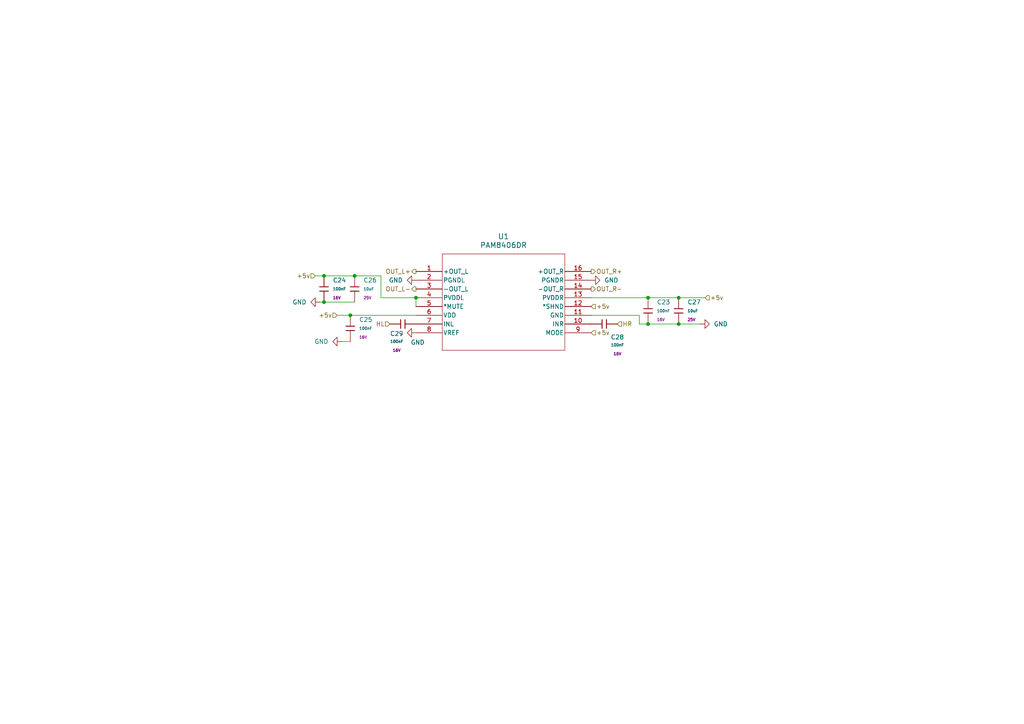
<source format=kicad_sch>
(kicad_sch (version 20250114) (generator "eeschema") (generator_version "9.0")
  (paper "A4")
  (title_block (title "MAX98357AETE_T Stereo Amplifier") (company "Maxwell Stoughton") (comment 1 "mstoughton.org"))
  (lib_symbols
    (symbol "PAM8406_DIO:PAM8406DR" (pin_names (offset 0.254))
      (property "Reference" "U" (at 25.4 10.16 0))
      (property "Value" "PAM8406DR" (at 25.4 7.62 0))
      (symbol "PAM8406DR_0_1"
        (polyline (pts (xy 7.62 5.08) (xy 7.62 -22.86)) (stroke (width 0.127)))
        (polyline (pts (xy 7.62 -22.86) (xy 43.18 -22.86)) (stroke (width 0.127)))
        (polyline (pts (xy 43.18 5.08) (xy 7.62 5.08)) (stroke (width 0.127)))
        (polyline (pts (xy 43.18 -22.86) (xy 43.18 5.08)) (stroke (width 0.127)))
        (pin output line (at 0 0 0) (length 7.62) (name "+OUT_L") (number "1"))
        (pin power_out line (at 0 -2.54 0) (length 7.62) (name "PGNDL") (number "2"))
        (pin output line (at 0 -5.08 0) (length 7.62) (name "-OUT_L") (number "3"))
        (pin power_in line (at 0 -7.62 0) (length 7.62) (name "PVDDL") (number "4"))
        (pin input line (at 0 -10.16 0) (length 7.62) (name "*MUTE") (number "5"))
        (pin power_in line (at 0 -12.7 0) (length 7.62) (name "VDD") (number "6"))
        (pin input line (at 0 -15.24 0) (length 7.62) (name "INL") (number "7"))
        (pin power_in line (at 0 -17.78 0) (length 7.62) (name "VREF") (number "8"))
        (pin output line (at 50.8 0 180) (length 7.62) (name "+OUT_R") (number "16"))
        (pin power_out line (at 50.8 -2.54 180) (length 7.62) (name "PGNDR") (number "15"))
        (pin output line (at 50.8 -5.08 180) (length 7.62) (name "-OUT_R") (number "14"))
        (pin power_in line (at 50.8 -7.62 180) (length 7.62) (name "PVDDR") (number "13"))
        (pin input line (at 50.8 -10.16 180) (length 7.62) (name "*SHND") (number "12"))
        (pin power_out line (at 50.8 -12.7 180) (length 7.62) (name "GND") (number "11"))
        (pin input line (at 50.8 -15.24 180) (length 7.62) (name "INR") (number "10"))
        (pin unspecified line (at 50.8 -17.78 180) (length 7.62) (name "MODE") (number "9"))
      )
    )
    (symbol "PCM_JLCPCB-Capacitors:0402,100nF" (pin_numbers (hide yes)) (pin_names (offset 0))
      (property "Reference" "C" (at 2.032 1.668 0))
      (property "Value" "100nF" (at 2.032 -0.3782 0))
      (property "Voltage Rated" "16V" (at 2.032 -2.0462 0))
      (symbol "0402,100nF_0_1"
        (polyline (pts (xy -1.27 0.635) (xy 1.27 0.635)) (stroke (width 0.254)))
        (polyline (pts (xy -1.27 -0.635) (xy 1.27 -0.635)) (stroke (width 0.254)))
      )
      (symbol "0402,100nF_1_1"
        (pin passive line (at 0 3.81 270) (length 3.175) (name "~") (number "1"))
        (pin passive line (at 0 -3.81 90) (length 3.175) (name "~") (number "2"))
      )
    )
    (symbol "PCM_JLCPCB-Capacitors:0805,10uF" (pin_numbers (hide yes)) (pin_names (offset 0))
      (property "Reference" "C" (at 2.032 1.668 0))
      (property "Value" "10uF" (at 2.032 -0.3782 0))
      (property "Voltage Rated" "25V" (at 2.032 -2.0462 0))
      (symbol "0805,10uF_0_1"
        (polyline (pts (xy -1.27 0.635) (xy 1.27 0.635)) (stroke (width 0.254)))
        (polyline (pts (xy -1.27 -0.635) (xy 1.27 -0.635)) (stroke (width 0.254)))
      )
      (symbol "0805,10uF_1_1"
        (pin passive line (at 0 3.81 270) (length 3.175) (name "~") (number "1"))
        (pin passive line (at 0 -3.81 90) (length 3.175) (name "~") (number "2"))
      )
    )
    (symbol "power:GND" (power) (pin_numbers (hide yes)) (pin_names (offset 0) (hide yes))
      (property "Value" "GND" (at 0 -3.81 0))
      (symbol "GND_0_1"
        (polyline (pts (xy 0 0) (xy 0 -1.27) (xy 1.27 -1.27) (xy 0 -2.54) (xy -1.27 -1.27) (xy 0 -1.27)))
      )
      (symbol "GND_1_1"
        (pin power_in line (at 0 0 270) (length 0) (name "~") (number "1"))
      )
    )
  )
  (junction (at 93.98 80.01))
  (junction (at 187.96 86.36))
  (junction (at 102.87 80.01))
  (junction (at 101.6 91.44))
  (junction (at 120.65 86.36))
  (junction (at 196.85 86.36))
  (junction (at 196.85 93.98))
  (junction (at 93.98 87.63))
  (junction (at 187.96 93.98))
  (wire (pts (xy 110.49 80.01) (xy 110.49 86.36)))
  (wire (pts (xy 91.44 80.01) (xy 93.98 80.01)))
  (wire (pts (xy 204.47 86.36) (xy 196.85 86.36)))
  (wire (pts (xy 101.6 99.06) (xy 99.06 99.06)))
  (wire (pts (xy 203.2 93.98) (xy 196.85 93.98)))
  (wire (pts (xy 97.79 91.44) (xy 101.6 91.44)))
  (wire (pts (xy 92.71 87.63) (xy 93.98 87.63)))
  (wire (pts (xy 196.85 86.36) (xy 187.96 86.36)))
  (wire (pts (xy 102.87 80.01) (xy 110.49 80.01)))
  (wire (pts (xy 185.42 91.44) (xy 171.45 91.44)))
  (wire (pts (xy 196.85 93.98) (xy 187.96 93.98)))
  (wire (pts (xy 101.6 91.44) (xy 120.65 91.44)))
  (wire (pts (xy 187.96 86.36) (xy 171.45 86.36)))
  (wire (pts (xy 185.42 93.98) (xy 185.42 91.44)))
  (wire (pts (xy 110.49 86.36) (xy 120.65 86.36)))
  (wire (pts (xy 93.98 80.01) (xy 102.87 80.01)))
  (wire (pts (xy 120.65 86.36) (xy 120.65 88.9)))
  (wire (pts (xy 93.98 87.63) (xy 102.87 87.63)))
  (wire (pts (xy 187.96 93.98) (xy 185.42 93.98)))
  (hierarchical_label "+5v" (shape input) (at 204.47 86.36 0))
  (hierarchical_label "OUT_L+" (shape output) (at 120.65 78.74 180))
  (hierarchical_label "+5v" (shape input) (at 91.44 80.01 180))
  (hierarchical_label "OUT_R-" (shape output) (at 171.45 83.82 0))
  (hierarchical_label "OUT_L-" (shape output) (at 120.65 83.82 180))
  (hierarchical_label "+5v" (shape input) (at 171.45 88.9 0))
  (hierarchical_label "+5v" (shape input) (at 171.45 96.52 0))
  (hierarchical_label "OUT_R+" (shape output) (at 171.45 78.74 0))
  (hierarchical_label "HL" (shape input) (at 113.03 93.98 180))
  (hierarchical_label "+5v" (shape input) (at 97.79 91.44 180))
  (hierarchical_label "HR" (shape input) (at 179.07 93.98 0))
  (symbol (lib_id "PCM_JLCPCB-Capacitors:0402,100nF") (at 187.96 90.17 0) (unit 1)
    (property "Reference" "C23" (at 190.5 87.6299 0) (effects (justify left)))
    (property "Value" "100nF" (at 190.5 90.17 0) (effects (font (size 0.8 0.8)) (justify left)))
    (property "Footprint" "PCM_JLCPCB:C_0402" (effects (hide yes)))
    (property "Datasheet" "https://www.lcsc.com/datasheet/lcsc_datasheet_2304140030_Samsung-Electro-Mechanics-CL05B104KO5NNNC_C1525.pdf" (effects (hide yes)))
    (property "Description" "16V 100nF X7R ±10% 0402 Multilayer Ceramic Capacitors MLCC - SMD/SMT ROHS" (effects (hide yes)))
    (property "LCSC" "C1525" (effects (hide yes)))
    (property "Stock" "17143248" (effects (hide yes)))
    (property "Price" "0.004USD" (effects (hide yes)))
    (property "Process" "SMT" (effects (hide yes)))
    (property "Minimum Qty" "20" (effects (hide yes)))
    (property "Attrition Qty" "10" (effects (hide yes)))
    (property "Class" "Basic Component" (effects (hide yes)))
    (property "Category" "Capacitors,Multilayer Ceramic Capacitors MLCC - SMD/SMT" (effects (hide yes)))
    (property "Manufacturer" "Samsung Electro-Mechanics" (effects (hide yes)))
    (property "Part" "CL05B104KO5NNNC" (effects (hide yes)))
    (property "Voltage Rated" "16V" (at 190.5 92.71 0) (effects (font (size 0.8 0.8)) (justify left)))
    (property "Tolerance" "±10%" (effects (hide yes)))
    (property "Capacitance" "100nF" (effects (hide yes)))
    (property "Temperature Coefficient" "X7R" (effects (hide yes)))
  )
  (symbol (lib_id "power:GND") (at 92.71 87.63 270) (mirror x) (unit 1)
    (property "Reference" "#PWR062" (effects (hide yes)))
    (property "Value" "GND" (at 88.9 87.6301 90) (effects (justify right)))
    (property "Description" "Power symbol creates a global label with name \"GND\" , ground" (effects (hide yes)))
  )
  (symbol (lib_id "power:GND") (at 120.65 81.28 270) (unit 1)
    (property "Reference" "#PWR028" (effects (hide yes)))
    (property "Value" "GND" (at 116.84 81.2799 90) (effects (justify right)))
    (property "Description" "Power symbol creates a global label with name \"GND\" , ground" (effects (hide yes)))
  )
  (symbol (lib_id "PCM_JLCPCB-Capacitors:0402,100nF") (at 101.6 95.25 0) (unit 1)
    (property "Reference" "C25" (at 104.14 92.7099 0) (effects (justify left)))
    (property "Value" "100nF" (at 104.14 95.25 0) (effects (font (size 0.8 0.8)) (justify left)))
    (property "Footprint" "PCM_JLCPCB:C_0402" (effects (hide yes)))
    (property "Datasheet" "https://www.lcsc.com/datasheet/lcsc_datasheet_2304140030_Samsung-Electro-Mechanics-CL05B104KO5NNNC_C1525.pdf" (effects (hide yes)))
    (property "Description" "16V 100nF X7R ±10% 0402 Multilayer Ceramic Capacitors MLCC - SMD/SMT ROHS" (effects (hide yes)))
    (property "LCSC" "C1525" (effects (hide yes)))
    (property "Stock" "17143248" (effects (hide yes)))
    (property "Price" "0.004USD" (effects (hide yes)))
    (property "Process" "SMT" (effects (hide yes)))
    (property "Minimum Qty" "20" (effects (hide yes)))
    (property "Attrition Qty" "10" (effects (hide yes)))
    (property "Class" "Basic Component" (effects (hide yes)))
    (property "Category" "Capacitors,Multilayer Ceramic Capacitors MLCC - SMD/SMT" (effects (hide yes)))
    (property "Manufacturer" "Samsung Electro-Mechanics" (effects (hide yes)))
    (property "Part" "CL05B104KO5NNNC" (effects (hide yes)))
    (property "Voltage Rated" "16V" (at 104.14 97.79 0) (effects (font (size 0.8 0.8)) (justify left)))
    (property "Tolerance" "±10%" (effects (hide yes)))
    (property "Capacitance" "100nF" (effects (hide yes)))
    (property "Temperature Coefficient" "X7R" (effects (hide yes)))
  )
  (symbol (lib_id "PCM_JLCPCB-Capacitors:0805,10uF") (at 102.87 83.82 0) (unit 1)
    (property "Reference" "C26" (at 105.41 81.2799 0) (effects (justify left)))
    (property "Value" "10uF" (at 105.41 83.82 0) (effects (font (size 0.8 0.8)) (justify left)))
    (property "Footprint" "PCM_JLCPCB:C_0805" (effects (hide yes)))
    (property "Datasheet" "https://www.lcsc.com/datasheet/lcsc_datasheet_2304140030_Samsung-Electro-Mechanics-CL21A106KAYNNNE_C15850.pdf" (effects (hide yes)))
    (property "Description" "25V 10uF X5R ±10% 0805 Multilayer Ceramic Capacitors MLCC - SMD/SMT ROHS" (effects (hide yes)))
    (property "LCSC" "C15850" (effects (hide yes)))
    (property "Stock" "6572470" (effects (hide yes)))
    (property "Price" "0.013USD" (effects (hide yes)))
    (property "Process" "SMT" (effects (hide yes)))
    (property "Minimum Qty" "20" (effects (hide yes)))
    (property "Attrition Qty" "10" (effects (hide yes)))
    (property "Class" "Basic Component" (effects (hide yes)))
    (property "Category" "Capacitors,Multilayer Ceramic Capacitors MLCC - SMD/SMT" (effects (hide yes)))
    (property "Manufacturer" "Samsung Electro-Mechanics" (effects (hide yes)))
    (property "Part" "CL21A106KAYNNNE" (effects (hide yes)))
    (property "Voltage Rated" "25V" (at 105.41 86.36 0) (effects (font (size 0.8 0.8)) (justify left)))
    (property "Tolerance" "±10%" (effects (hide yes)))
    (property "Capacitance" "10uF" (effects (hide yes)))
    (property "Temperature Coefficient" "X5R" (effects (hide yes)))
  )
  (symbol (lib_id "power:GND") (at 203.2 93.98 90) (mirror x) (unit 1)
    (property "Reference" "#PWR057" (effects (hide yes)))
    (property "Value" "GND" (at 207.01 93.9799 90) (effects (justify right)))
    (property "Description" "Power symbol creates a global label with name \"GND\" , ground" (effects (hide yes)))
  )
  (symbol (lib_id "PAM8406_DIO:PAM8406DR") (at 120.65 78.74 0) (unit 1)
    (property "Reference" "U1" (at 146.05 68.58 0) (effects (font (size 1.524 1.524))))
    (property "Value" "PAM8406DR" (at 146.05 71.12 0) (effects (font (size 1.524 1.524))))
    (property "Footprint" "Custom Components:SO-16_PAM8406_DIO" (effects (hide yes)))
    (property "Datasheet" "PAM8406DR" (effects (hide yes)))
  )
  (symbol (lib_id "PCM_JLCPCB-Capacitors:0402,100nF") (at 116.84 93.98 270) (unit 1)
    (property "Reference" "C29" (at 115.062 96.774 90))
    (property "Value" "100nF" (at 115.062 99.06 90) (effects (font (size 0.8 0.8))))
    (property "Footprint" "PCM_JLCPCB:C_0402" (effects (hide yes)))
    (property "Datasheet" "https://www.lcsc.com/datasheet/lcsc_datasheet_2304140030_Samsung-Electro-Mechanics-CL05B104KO5NNNC_C1525.pdf" (effects (hide yes)))
    (property "Description" "16V 100nF X7R ±10% 0402 Multilayer Ceramic Capacitors MLCC - SMD/SMT ROHS" (effects (hide yes)))
    (property "LCSC" "C1525" (effects (hide yes)))
    (property "Stock" "17143248" (effects (hide yes)))
    (property "Price" "0.004USD" (effects (hide yes)))
    (property "Process" "SMT" (effects (hide yes)))
    (property "Minimum Qty" "20" (effects (hide yes)))
    (property "Attrition Qty" "10" (effects (hide yes)))
    (property "Class" "Basic Component" (effects (hide yes)))
    (property "Category" "Capacitors,Multilayer Ceramic Capacitors MLCC - SMD/SMT" (effects (hide yes)))
    (property "Manufacturer" "Samsung Electro-Mechanics" (effects (hide yes)))
    (property "Part" "CL05B104KO5NNNC" (effects (hide yes)))
    (property "Voltage Rated" "16V" (at 115.062 101.6 90) (effects (font (size 0.8 0.8))))
    (property "Tolerance" "±10%" (effects (hide yes)))
    (property "Capacitance" "100nF" (effects (hide yes)))
    (property "Temperature Coefficient" "X7R" (effects (hide yes)))
  )
  (symbol (lib_id "power:GND") (at 99.06 99.06 270) (mirror x) (unit 1)
    (property "Reference" "#PWR064" (effects (hide yes)))
    (property "Value" "GND" (at 95.25 99.0601 90) (effects (justify right)))
    (property "Description" "Power symbol creates a global label with name \"GND\" , ground" (effects (hide yes)))
  )
  (symbol (lib_id "PCM_JLCPCB-Capacitors:0402,100nF") (at 175.26 93.98 270) (unit 1)
    (property "Reference" "C28" (at 179.07 97.79 90))
    (property "Value" "100nF" (at 179.07 100.076 90) (effects (font (size 0.8 0.8))))
    (property "Footprint" "PCM_JLCPCB:C_0402" (effects (hide yes)))
    (property "Datasheet" "https://www.lcsc.com/datasheet/lcsc_datasheet_2304140030_Samsung-Electro-Mechanics-CL05B104KO5NNNC_C1525.pdf" (effects (hide yes)))
    (property "Description" "16V 100nF X7R ±10% 0402 Multilayer Ceramic Capacitors MLCC - SMD/SMT ROHS" (effects (hide yes)))
    (property "LCSC" "C1525" (effects (hide yes)))
    (property "Stock" "17143248" (effects (hide yes)))
    (property "Price" "0.004USD" (effects (hide yes)))
    (property "Process" "SMT" (effects (hide yes)))
    (property "Minimum Qty" "20" (effects (hide yes)))
    (property "Attrition Qty" "10" (effects (hide yes)))
    (property "Class" "Basic Component" (effects (hide yes)))
    (property "Category" "Capacitors,Multilayer Ceramic Capacitors MLCC - SMD/SMT" (effects (hide yes)))
    (property "Manufacturer" "Samsung Electro-Mechanics" (effects (hide yes)))
    (property "Part" "CL05B104KO5NNNC" (effects (hide yes)))
    (property "Voltage Rated" "16V" (at 179.07 102.616 90) (effects (font (size 0.8 0.8))))
    (property "Tolerance" "±10%" (effects (hide yes)))
    (property "Capacitance" "100nF" (effects (hide yes)))
    (property "Temperature Coefficient" "X7R" (effects (hide yes)))
  )
  (symbol (lib_id "PCM_JLCPCB-Capacitors:0805,10uF") (at 196.85 90.17 0) (unit 1)
    (property "Reference" "C27" (at 199.39 87.6299 0) (effects (justify left)))
    (property "Value" "10uF" (at 199.39 90.17 0) (effects (font (size 0.8 0.8)) (justify left)))
    (property "Footprint" "PCM_JLCPCB:C_0805" (effects (hide yes)))
    (property "Datasheet" "https://www.lcsc.com/datasheet/lcsc_datasheet_2304140030_Samsung-Electro-Mechanics-CL21A106KAYNNNE_C15850.pdf" (effects (hide yes)))
    (property "Description" "25V 10uF X5R ±10% 0805 Multilayer Ceramic Capacitors MLCC - SMD/SMT ROHS" (effects (hide yes)))
    (property "LCSC" "C15850" (effects (hide yes)))
    (property "Stock" "6572470" (effects (hide yes)))
    (property "Price" "0.013USD" (effects (hide yes)))
    (property "Process" "SMT" (effects (hide yes)))
    (property "Minimum Qty" "20" (effects (hide yes)))
    (property "Attrition Qty" "10" (effects (hide yes)))
    (property "Class" "Basic Component" (effects (hide yes)))
    (property "Category" "Capacitors,Multilayer Ceramic Capacitors MLCC - SMD/SMT" (effects (hide yes)))
    (property "Manufacturer" "Samsung Electro-Mechanics" (effects (hide yes)))
    (property "Part" "CL21A106KAYNNNE" (effects (hide yes)))
    (property "Voltage Rated" "25V" (at 199.39 92.71 0) (effects (font (size 0.8 0.8)) (justify left)))
    (property "Tolerance" "±10%" (effects (hide yes)))
    (property "Capacitance" "10uF" (effects (hide yes)))
    (property "Temperature Coefficient" "X5R" (effects (hide yes)))
  )
  (symbol (lib_id "power:GND") (at 171.45 81.28 90) (mirror x) (unit 1)
    (property "Reference" "#PWR056" (effects (hide yes)))
    (property "Value" "GND" (at 175.26 81.2799 90) (effects (justify right)))
    (property "Description" "Power symbol creates a global label with name \"GND\" , ground" (effects (hide yes)))
  )
  (symbol (lib_id "PCM_JLCPCB-Capacitors:0402,100nF") (at 93.98 83.82 0) (unit 1)
    (property "Reference" "C24" (at 96.52 81.2799 0) (effects (justify left)))
    (property "Value" "100nF" (at 96.52 83.82 0) (effects (font (size 0.8 0.8)) (justify left)))
    (property "Footprint" "PCM_JLCPCB:C_0402" (effects (hide yes)))
    (property "Datasheet" "https://www.lcsc.com/datasheet/lcsc_datasheet_2304140030_Samsung-Electro-Mechanics-CL05B104KO5NNNC_C1525.pdf" (effects (hide yes)))
    (property "Description" "16V 100nF X7R ±10% 0402 Multilayer Ceramic Capacitors MLCC - SMD/SMT ROHS" (effects (hide yes)))
    (property "LCSC" "C1525" (effects (hide yes)))
    (property "Stock" "17143248" (effects (hide yes)))
    (property "Price" "0.004USD" (effects (hide yes)))
    (property "Process" "SMT" (effects (hide yes)))
    (property "Minimum Qty" "20" (effects (hide yes)))
    (property "Attrition Qty" "10" (effects (hide yes)))
    (property "Class" "Basic Component" (effects (hide yes)))
    (property "Category" "Capacitors,Multilayer Ceramic Capacitors MLCC - SMD/SMT" (effects (hide yes)))
    (property "Manufacturer" "Samsung Electro-Mechanics" (effects (hide yes)))
    (property "Part" "CL05B104KO5NNNC" (effects (hide yes)))
    (property "Voltage Rated" "16V" (at 96.52 86.36 0) (effects (font (size 0.8 0.8)) (justify left)))
    (property "Tolerance" "±10%" (effects (hide yes)))
    (property "Capacitance" "100nF" (effects (hide yes)))
    (property "Temperature Coefficient" "X7R" (effects (hide yes)))
  )
  (symbol (lib_id "power:GND") (at 120.65 96.52 270) (mirror x) (unit 1)
    (property "Reference" "#PWR063" (effects (hide yes)))
    (property "Value" "GND" (at 123.19 99.314 90) (effects (justify right)))
    (property "Description" "Power symbol creates a global label with name \"GND\" , ground" (effects (hide yes)))
  )
)
</source>
